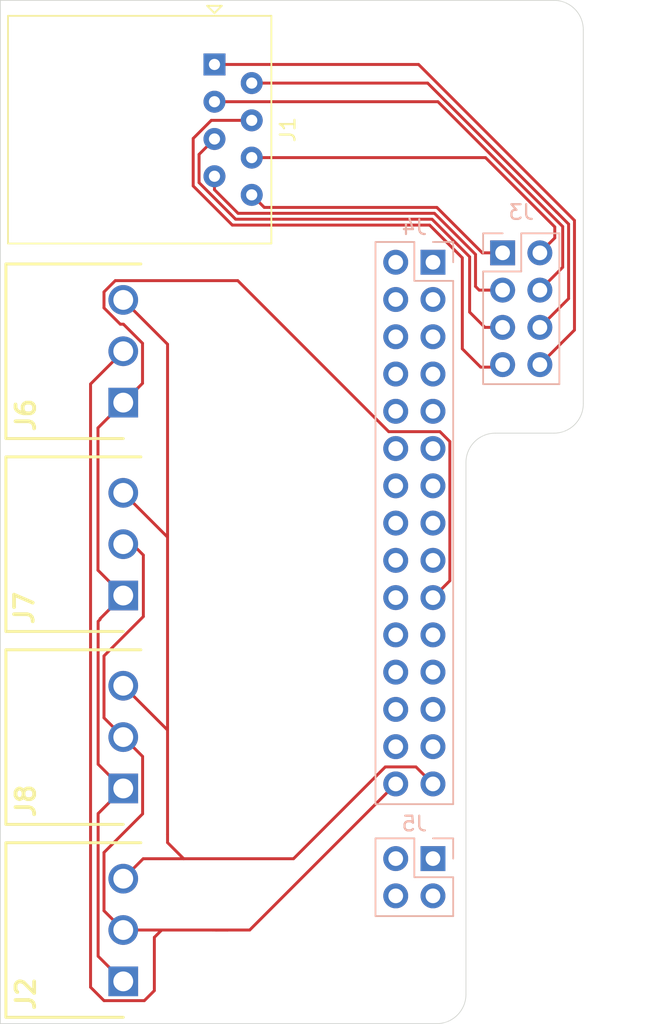
<source format=kicad_pcb>
(kicad_pcb (version 20241229) (generator "pcbnew") (generator_version "9.0")
  (layers (0 "F.Cu" signal) (2 "B.Cu" signal) (13 "F.Paste" user) (15 "B.Paste" user) (5 "F.SilkS" user "F.Silkscreen") (7 "B.SilkS" user "B.Silkscreen") (1 "F.Mask" user) (3 "B.Mask" user) (25 "Edge.Cuts" user))
  (net 0 "")
  (net 1 "/BTN_PWR_{-}")
  (net 2 "/BTN_PWR_{+}")
  (net 3 "/LED_PWR_{+}")
  (net 4 "/LED_PWR_{-}")
  (net 5 "/LED_HDD_{+}")
  (net 6 "/BTN_RST_{+}")
  (net 7 "/LED_HDD_{-}")
  (net 8 "/BTN_RST_{-}")
  (net 9 "/SDI_COMM")
  (net 10 "/SDI_PWR")
  (net 11 "/SDI_GND")
  (footprint "Library:MC1,5_3-G-3,5" (layer "F.Cu") (at 81.88 97.368 90)
    (property "Reference" "J2" (at -0.849 -6.65 90) (layer "F.SilkS") (effects (font (size 1.27 1.27) (thickness 0.254))))
    (property "Value" "Conn_01x03_Socket" (hide yes))
    (fp_line (start 9.45 -8) (end 9.45 1.2) (stroke (width 0.2)) (layer "F.SilkS"))
    (fp_line (start -2.45 -8) (end 9.45 -8) (stroke (width 0.2)) (layer "F.SilkS"))
    (fp_line (start -2.45 0) (end -2.45 -8) (stroke (width 0.2)) (layer "F.SilkS"))
    (pad "1" thru_hole rect (at 0 0 90) (size 2.025 2.025) (drill 1.35) (layers "*.Cu" "*.Mask") (net 9 "/SDI_COMM"))
    (pad "2" thru_hole circle (at 3.5 0 90) (size 2.025 2.025) (drill 1.35) (layers "*.Cu" "*.Mask") (net 11 "/SDI_GND"))
    (pad "3" thru_hole circle (at 7 0 90) (size 2.025 2.025) (drill 1.35) (layers "*.Cu" "*.Mask") (net 10 "/SDI_PWR"))
  )
  (footprint "Library:MC1,5_3-G-3,5" (layer "F.Cu") (at 81.88 71.068 90)
    (property "Reference" "J7" (at -0.849 -6.75 90) (layer "F.SilkS") (effects (font (size 1.27 1.27) (thickness 0.254))))
    (property "Value" "Conn_01x03_Socket" (hide yes))
    (fp_line (start 9.45 -8) (end 9.45 1.2) (stroke (width 0.2)) (layer "F.SilkS"))
    (fp_line (start -2.45 -8) (end 9.45 -8) (stroke (width 0.2)) (layer "F.SilkS"))
    (fp_line (start -2.45 0) (end -2.45 -8) (stroke (width 0.2)) (layer "F.SilkS"))
    (pad "1" thru_hole rect (at 0 0 90) (size 2.025 2.025) (drill 1.35) (layers "*.Cu" "*.Mask") (net 9 "/SDI_COMM"))
    (pad "2" thru_hole circle (at 3.5 0 90) (size 2.025 2.025) (drill 1.35) (layers "*.Cu" "*.Mask") (net 11 "/SDI_GND"))
    (pad "3" thru_hole circle (at 7 0 90) (size 2.025 2.025) (drill 1.35) (layers "*.Cu" "*.Mask") (net 10 "/SDI_PWR"))
  )
  (footprint "Connector_RJ:RJ45_Amphenol_54602-x08_Horizontal" (layer "F.Cu") (at 88.1 34.8685 -90)
    (property "Reference" "J1" (at 4.445 -5 90) (layer "F.SilkS"))
    (property "Value" "RJ45")
    (fp_line (start -3.315 14.08) (end 12.205 14.08) (stroke (width 0.12)) (layer "F.SilkS"))
    (fp_line (start -4 0.5) (end -3.5 0) (stroke (width 0.12)) (layer "F.SilkS"))
    (fp_line (start -3.5 0) (end -4 -0.5) (stroke (width 0.12)) (layer "F.SilkS"))
    (fp_line (start -4 -0.5) (end -4 0.5) (stroke (width 0.12)) (layer "F.SilkS"))
    (fp_line (start -3.315 -3.88) (end -3.315 14.08) (stroke (width 0.12)) (layer "F.SilkS"))
    (fp_line (start 12.205 -3.88) (end 12.205 14.08) (stroke (width 0.12)) (layer "F.SilkS"))
    (fp_line (start 12.205 -3.88) (end -3.315 -3.88) (stroke (width 0.12)) (layer "F.SilkS"))
    (pad "" np_thru_hole circle (at -1.27 6.35 270) (size 3.2 3.2) (drill 3.2) (layers "*.Cu" "*.Mask"))
    (pad "" np_thru_hole circle (at 10.16 6.35 270) (size 3.2 3.2) (drill 3.2) (layers "*.Cu" "*.Mask"))
    (pad "1" thru_hole rect (at 0 0 270) (size 1.5 1.5) (drill 0.76) (layers "*.Cu" "*.Mask") (net 8 "/BTN_RST_{-}"))
    (pad "2" thru_hole circle (at 1.27 -2.54 270) (size 1.5 1.5) (drill 0.76) (layers "*.Cu" "*.Mask") (net 6 "/BTN_RST_{+}"))
    (pad "3" thru_hole circle (at 2.54 0 270) (size 1.5 1.5) (drill 0.76) (layers "*.Cu" "*.Mask") (net 7 "/LED_HDD_{-}"))
    (pad "4" thru_hole circle (at 3.81 -2.54 270) (size 1.5 1.5) (drill 0.76) (layers "*.Cu" "*.Mask") (net 2 "/BTN_PWR_{+}"))
    (pad "5" thru_hole circle (at 5.08 0 270) (size 1.5 1.5) (drill 0.76) (layers "*.Cu" "*.Mask") (net 1 "/BTN_PWR_{-}"))
    (pad "6" thru_hole circle (at 6.35 -2.54 270) (size 1.5 1.5) (drill 0.76) (layers "*.Cu" "*.Mask") (net 5 "/LED_HDD_{+}"))
    (pad "7" thru_hole circle (at 7.62 0 270) (size 1.5 1.5) (drill 0.76) (layers "*.Cu" "*.Mask") (net 4 "/LED_PWR_{-}"))
    (pad "8" thru_hole circle (at 8.89 -2.54 270) (size 1.5 1.5) (drill 0.76) (layers "*.Cu" "*.Mask") (net 3 "/LED_PWR_{+}"))
  )
  (footprint "Library:MC1,5_3-G-3,5" (layer "F.Cu") (at 81.88 84.218 90)
    (property "Reference" "J8" (at -0.849 -6.65 90) (layer "F.SilkS") (effects (font (size 1.27 1.27) (thickness 0.254))))
    (property "Value" "Conn_01x03_Socket" (hide yes))
    (fp_line (start 9.45 -8) (end 9.45 1.2) (stroke (width 0.2)) (layer "F.SilkS"))
    (fp_line (start -2.45 -8) (end 9.45 -8) (stroke (width 0.2)) (layer "F.SilkS"))
    (fp_line (start -2.45 0) (end -2.45 -8) (stroke (width 0.2)) (layer "F.SilkS"))
    (pad "1" thru_hole rect (at 0 0 90) (size 2.025 2.025) (drill 1.35) (layers "*.Cu" "*.Mask") (net 9 "/SDI_COMM"))
    (pad "2" thru_hole circle (at 3.5 0 90) (size 2.025 2.025) (drill 1.35) (layers "*.Cu" "*.Mask") (net 11 "/SDI_GND"))
    (pad "3" thru_hole circle (at 7 0 90) (size 2.025 2.025) (drill 1.35) (layers "*.Cu" "*.Mask") (net 10 "/SDI_PWR"))
  )
  (footprint "Library:MC1,5_3-G-3,5" (layer "F.Cu") (at 81.88 57.918 90)
    (property "Reference" "J6" (at -0.849 -6.65 90) (layer "F.SilkS") (effects (font (size 1.27 1.27) (thickness 0.254))))
    (property "Value" "Conn_01x03_Socket" (hide yes))
    (fp_line (start 9.45 -8) (end 9.45 1.2) (stroke (width 0.2)) (layer "F.SilkS"))
    (fp_line (start -2.45 -8) (end 9.45 -8) (stroke (width 0.2)) (layer "F.SilkS"))
    (fp_line (start -2.45 0) (end -2.45 -8) (stroke (width 0.2)) (layer "F.SilkS"))
    (pad "1" thru_hole rect (at 0 0 90) (size 2.025 2.025) (drill 1.35) (layers "*.Cu" "*.Mask") (net 9 "/SDI_COMM"))
    (pad "2" thru_hole circle (at 3.5 0 90) (size 2.025 2.025) (drill 1.35) (layers "*.Cu" "*.Mask") (net 11 "/SDI_GND"))
    (pad "3" thru_hole circle (at 7 0 90) (size 2.025 2.025) (drill 1.35) (layers "*.Cu" "*.Mask") (net 10 "/SDI_PWR"))
  )
  (footprint "Connector_PinSocket_2.54mm:PinSocket_2x04_P2.54mm_Vertical" (layer "B.Cu") (at 107.75 47.71 180)
    (property "Reference" "J3" (at -1.27 2.77 0) (layer "B.SilkS") (effects (justify mirror)))
    (property "Value" "Conn_02x04_Odd_Even")
    (fp_line (start 1.33 1.33) (end 1.33 0) (stroke (width 0.12)) (layer "B.SilkS"))
    (fp_line (start 1.33 -1.27) (end 1.33 -8.95) (stroke (width 0.12)) (layer "B.SilkS"))
    (fp_line (start 0 1.33) (end 1.33 1.33) (stroke (width 0.12)) (layer "B.SilkS"))
    (fp_line (start -1.27 1.33) (end -1.27 -1.27) (stroke (width 0.12)) (layer "B.SilkS"))
    (fp_line (start -1.27 -1.27) (end 1.33 -1.27) (stroke (width 0.12)) (layer "B.SilkS"))
    (fp_line (start -3.87 1.33) (end -1.27 1.33) (stroke (width 0.12)) (layer "B.SilkS"))
    (fp_line (start -3.87 1.33) (end -3.87 -8.95) (stroke (width 0.12)) (layer "B.SilkS"))
    (fp_line (start -3.87 -8.95) (end 1.33 -8.95) (stroke (width 0.12)) (layer "B.SilkS"))
    (pad "1" thru_hole rect (at 0 0 180) (size 1.7 1.7) (drill 1) (layers "*.Cu" "*.Mask") (net 3 "/LED_PWR_{+}"))
    (pad "2" thru_hole circle (at -2.54 0 180) (size 1.7 1.7) (drill 1) (layers "*.Cu" "*.Mask") (net 5 "/LED_HDD_{+}"))
    (pad "3" thru_hole circle (at 0 -2.54 180) (size 1.7 1.7) (drill 1) (layers "*.Cu" "*.Mask") (net 4 "/LED_PWR_{-}"))
    (pad "4" thru_hole circle (at -2.54 -2.54 180) (size 1.7 1.7) (drill 1) (layers "*.Cu" "*.Mask") (net 7 "/LED_HDD_{-}"))
    (pad "5" thru_hole circle (at 0 -5.08 180) (size 1.7 1.7) (drill 1) (layers "*.Cu" "*.Mask") (net 1 "/BTN_PWR_{-}"))
    (pad "6" thru_hole circle (at -2.54 -5.08 180) (size 1.7 1.7) (drill 1) (layers "*.Cu" "*.Mask") (net 6 "/BTN_RST_{+}"))
    (pad "7" thru_hole circle (at 0 -7.62 180) (size 1.7 1.7) (drill 1) (layers "*.Cu" "*.Mask") (net 2 "/BTN_PWR_{+}"))
    (pad "8" thru_hole circle (at -2.54 -7.62 180) (size 1.7 1.7) (drill 1) (layers "*.Cu" "*.Mask") (net 8 "/BTN_RST_{-}"))
  )
  (footprint "Connector_PinHeader_2.54mm:PinHeader_2x15_P2.54mm_Vertical" (layer "B.Cu") (at 103 48.35 180)
    (property "Reference" "J4" (at 1.27 2.38 0) (layer "B.SilkS") (effects (justify mirror)))
    (property "Value" "Conn_02x15_Odd_Even" (hide yes))
    (fp_line (start 3.92 1.38) (end 3.92 -36.94) (stroke (width 0.12)) (layer "B.SilkS"))
    (fp_line (start 1.27 1.38) (end 3.92 1.38) (stroke (width 0.12)) (layer "B.SilkS"))
    (fp_line (start 1.27 -1.27) (end 1.27 1.38) (stroke (width 0.12)) (layer "B.SilkS"))
    (fp_line (start -1.38 1.38) (end 0 1.38) (stroke (width 0.12)) (layer "B.SilkS"))
    (fp_line (start -1.38 0) (end -1.38 1.38) (stroke (width 0.12)) (layer "B.SilkS"))
    (fp_line (start -1.38 -1.27) (end 1.27 -1.27) (stroke (width 0.12)) (layer "B.SilkS"))
    (fp_line (start -1.38 -1.27) (end -1.38 -36.94) (stroke (width 0.12)) (layer "B.SilkS"))
    (fp_line (start -1.38 -36.94) (end 3.92 -36.94) (stroke (width 0.12)) (layer "B.SilkS"))
    (pad "1" thru_hole rect (at 0 0 180) (size 1.7 1.7) (drill 1) (layers "*.Cu" "*.Mask"))
    (pad "2" thru_hole circle (at 2.54 0 180) (size 1.7 1.7) (drill 1) (layers "*.Cu" "*.Mask"))
    (pad "3" thru_hole circle (at 0 -2.54 180) (size 1.7 1.7) (drill 1) (layers "*.Cu" "*.Mask"))
    (pad "4" thru_hole circle (at 2.54 -2.54 180) (size 1.7 1.7) (drill 1) (layers "*.Cu" "*.Mask"))
    (pad "5" thru_hole circle (at 0 -5.08 180) (size 1.7 1.7) (drill 1) (layers "*.Cu" "*.Mask"))
    (pad "6" thru_hole circle (at 2.54 -5.08 180) (size 1.7 1.7) (drill 1) (layers "*.Cu" "*.Mask"))
    (pad "7" thru_hole circle (at 0 -7.62 180) (size 1.7 1.7) (drill 1) (layers "*.Cu" "*.Mask"))
    (pad "8" thru_hole circle (at 2.54 -7.62 180) (size 1.7 1.7) (drill 1) (layers "*.Cu" "*.Mask"))
    (pad "9" thru_hole circle (at 0 -10.16 180) (size 1.7 1.7) (drill 1) (layers "*.Cu" "*.Mask"))
    (pad "10" thru_hole circle (at 2.54 -10.16 180) (size 1.7 1.7) (drill 1) (layers "*.Cu" "*.Mask"))
    (pad "11" thru_hole circle (at 0 -12.7 180) (size 1.7 1.7) (drill 1) (layers "*.Cu" "*.Mask"))
    (pad "12" thru_hole circle (at 2.54 -12.7 180) (size 1.7 1.7) (drill 1) (layers "*.Cu" "*.Mask"))
    (pad "13" thru_hole circle (at 0 -15.24 180) (size 1.7 1.7) (drill 1) (layers "*.Cu" "*.Mask"))
    (pad "14" thru_hole circle (at 2.54 -15.24 180) (size 1.7 1.7) (drill 1) (layers "*.Cu" "*.Mask"))
    (pad "15" thru_hole circle (at 0 -17.78 180) (size 1.7 1.7) (drill 1) (layers "*.Cu" "*.Mask"))
    (pad "16" thru_hole circle (at 2.54 -17.78 180) (size 1.7 1.7) (drill 1) (layers "*.Cu" "*.Mask"))
    (pad "17" thru_hole circle (at 0 -20.32 180) (size 1.7 1.7) (drill 1) (layers "*.Cu" "*.Mask"))
    (pad "18" thru_hole circle (at 2.54 -20.32 180) (size 1.7 1.7) (drill 1) (layers "*.Cu" "*.Mask"))
    (pad "19" thru_hole circle (at 0 -22.86 180) (size 1.7 1.7) (drill 1) (layers "*.Cu" "*.Mask") (net 9 "/SDI_COMM"))
    (pad "20" thru_hole circle (at 2.54 -22.86 180) (size 1.7 1.7) (drill 1) (layers "*.Cu" "*.Mask"))
    (pad "21" thru_hole circle (at 0 -25.4 180) (size 1.7 1.7) (drill 1) (layers "*.Cu" "*.Mask"))
    (pad "22" thru_hole circle (at 2.54 -25.4 180) (size 1.7 1.7) (drill 1) (layers "*.Cu" "*.Mask"))
    (pad "23" thru_hole circle (at 0 -27.94 180) (size 1.7 1.7) (drill 1) (layers "*.Cu" "*.Mask"))
    (pad "24" thru_hole circle (at 2.54 -27.94 180) (size 1.7 1.7) (drill 1) (layers "*.Cu" "*.Mask"))
    (pad "25" thru_hole circle (at 0 -30.48 180) (size 1.7 1.7) (drill 1) (layers "*.Cu" "*.Mask"))
    (pad "26" thru_hole circle (at 2.54 -30.48 180) (size 1.7 1.7) (drill 1) (layers "*.Cu" "*.Mask"))
    (pad "27" thru_hole circle (at 0 -33.02 180) (size 1.7 1.7) (drill 1) (layers "*.Cu" "*.Mask"))
    (pad "28" thru_hole circle (at 2.54 -33.02 180) (size 1.7 1.7) (drill 1) (layers "*.Cu" "*.Mask"))
    (pad "29" thru_hole circle (at 0 -35.56 180) (size 1.7 1.7) (drill 1) (layers "*.Cu" "*.Mask") (net 10 "/SDI_PWR"))
    (pad "30" thru_hole circle (at 2.54 -35.56 180) (size 1.7 1.7) (drill 1) (layers "*.Cu" "*.Mask") (net 11 "/SDI_GND"))
  )
  (footprint "Connector_PinHeader_2.54mm:PinHeader_2x02_P2.54mm_Vertical" (layer "B.Cu") (at 103 89 180)
    (property "Reference" "J5" (at 1.27 2.38 180) (layer "B.SilkS") (effects (justify mirror)))
    (property "Value" "Conn_02x02_Odd_Even")
    (fp_line (start 3.92 1.38) (end 3.92 -3.92) (stroke (width 0.12)) (layer "B.SilkS"))
    (fp_line (start 1.27 1.38) (end 3.92 1.38) (stroke (width 0.12)) (layer "B.SilkS"))
    (fp_line (start 1.27 -1.27) (end 1.27 1.38) (stroke (width 0.12)) (layer "B.SilkS"))
    (fp_line (start -1.38 1.38) (end 0 1.38) (stroke (width 0.12)) (layer "B.SilkS"))
    (fp_line (start -1.38 0) (end -1.38 1.38) (stroke (width 0.12)) (layer "B.SilkS"))
    (fp_line (start -1.38 -1.27) (end 1.27 -1.27) (stroke (width 0.12)) (layer "B.SilkS"))
    (fp_line (start -1.38 -1.27) (end -1.38 -3.92) (stroke (width 0.12)) (layer "B.SilkS"))
    (fp_line (start -1.38 -3.92) (end 3.92 -3.92) (stroke (width 0.12)) (layer "B.SilkS"))
    (pad "1" thru_hole rect (at 0 0 180) (size 1.7 1.7) (drill 1) (layers "*.Cu" "*.Mask"))
    (pad "2" thru_hole circle (at 2.54 0 180) (size 1.7 1.7) (drill 1) (layers "*.Cu" "*.Mask"))
    (pad "3" thru_hole circle (at 0 -2.54 180) (size 1.7 1.7) (drill 1) (layers "*.Cu" "*.Mask"))
    (pad "4" thru_hole circle (at 2.54 -2.54 180) (size 1.7 1.7) (drill 1) (layers "*.Cu" "*.Mask"))
  )
  (gr_line (start 103.25 100.25) (end 73.5 100.25) (stroke (width 0.05)) (layer "Edge.Cuts"))
  (gr_line (start 73.5 30.5) (end 73.5 100.25) (stroke (width 0.05)) (layer "Edge.Cuts"))
  (gr_arc (start 111.25 30.5) (mid 112.664214 31.085786) (end 113.25 32.5) (stroke (width 0.05)) (layer "Edge.Cuts"))
  (gr_arc (start 105.25 62) (mid 105.835786 60.585786) (end 107.25 60) (stroke (width 0.05)) (layer "Edge.Cuts"))
  (gr_arc (start 113.25 58) (mid 112.664214 59.414214) (end 111.25 60) (stroke (width 0.05)) (layer "Edge.Cuts"))
  (gr_arc (start 105.25 98.25) (mid 104.664214 99.664214) (end 103.25 100.25) (stroke (width 0.05)) (layer "Edge.Cuts"))
  (gr_line (start 107.25 60) (end 111.25 60) (stroke (width 0.05)) (layer "Edge.Cuts"))
  (gr_line (start 105.25 98.25) (end 105.25 62) (stroke (width 0.05)) (layer "Edge.Cuts"))
  (gr_line (start 111.25 30.5) (end 73.5 30.5) (stroke (width 0.05)) (layer "Edge.Cuts"))
  (gr_line (start 113.25 58) (end 113.25 32.5) (stroke (width 0.05)) (layer "Edge.Cuts"))
  (segment (start 89.541261 45.4161) (end 102.9352 45.4161) (width 0.2) (layer "F.Cu") (net 1))
  (segment (start 106.54 52.79) (end 107.75 52.79) (width 0.2) (layer "F.Cu") (net 1))
  (segment (start 102.9352 45.4161) (end 105.5 47.9809) (width 0.2) (layer "F.Cu") (net 1))
  (segment (start 105.5 51.75) (end 106.54 52.79) (width 0.2) (layer "F.Cu") (net 1))
  (segment (start 88.1 39.9485) (end 87.049 40.9995) (width 0.2) (layer "F.Cu") (net 1))
  (segment (start 87.049 42.923839) (end 89.541261 45.4161) (width 0.2) (layer "F.Cu") (net 1))
  (segment (start 88.1 39.9485) (end 88.1 39.732161) (width 0.2) (layer "F.Cu") (net 1))
  (segment (start 105.5 47.9809) (end 105.5 51.75) (width 0.2) (layer "F.Cu") (net 1))
  (segment (start 87.049 40.9995) (end 87.049 42.923839) (width 0.2) (layer "F.Cu") (net 1))
  (segment (start 107.75 55.33) (end 107.58 55.5) (width 0.2) (layer "F.Cu") (net 2))
  (segment (start 87.883661 38.6785) (end 90.64 38.6785) (width 0.2) (layer "F.Cu") (net 2))
  (segment (start 102.7691 45.8171) (end 89.3171 45.8171) (width 0.2) (layer "F.Cu") (net 2))
  (segment (start 105 54.25) (end 105 48.048) (width 0.2) (layer "F.Cu") (net 2))
  (segment (start 107.58 55.5) (end 106.25 55.5) (width 0.2) (layer "F.Cu") (net 2))
  (segment (start 86.648 43.148) (end 86.648 39.914161) (width 0.2) (layer "F.Cu") (net 2))
  (segment (start 86.648 39.914161) (end 87.883661 38.6785) (width 0.2) (layer "F.Cu") (net 2))
  (segment (start 89.3171 45.8171) (end 86.648 43.148) (width 0.2) (layer "F.Cu") (net 2))
  (segment (start 105 48.048) (end 102.7691 45.8171) (width 0.2) (layer "F.Cu") (net 2))
  (segment (start 106.25 55.5) (end 105 54.25) (width 0.2) (layer "F.Cu") (net 2))
  (segment (start 91.4956 44.6141) (end 103.2674 44.6141) (width 0.2) (layer "F.Cu") (net 3))
  (segment (start 90.64 43.7585) (end 91.4956 44.6141) (width 0.2) (layer "F.Cu") (net 3))
  (segment (start 103.2674 44.6141) (end 106.3633 47.71) (width 0.2) (layer "F.Cu") (net 3))
  (segment (start 106.3633 47.71) (end 107.75 47.71) (width 0.2) (layer "F.Cu") (net 3))
  (segment (start 106.151 50.25) (end 107.75 50.25) (width 0.2) (layer "F.Cu") (net 4))
  (segment (start 88.1 42.4885) (end 88.1 43.407739) (width 0.2) (layer "F.Cu") (net 4))
  (segment (start 89.707361 45.0151) (end 103.1013 45.0151) (width 0.2) (layer "F.Cu") (net 4))
  (segment (start 103.1013 45.0151) (end 105.901 47.8148) (width 0.2) (layer "F.Cu") (net 4))
  (segment (start 105.901 50) (end 106.151 50.25) (width 0.2) (layer "F.Cu") (net 4))
  (segment (start 88.1 43.407739) (end 89.707361 45.0151) (width 0.2) (layer "F.Cu") (net 4))
  (segment (start 105.901 47.8148) (end 105.901 50) (width 0.2) (layer "F.Cu") (net 4))
  (segment (start 111.3069 46.6931) (end 110.29 47.71) (width 0.2) (layer "F.Cu") (net 5))
  (segment (start 106.5823 41.2185) (end 111.3069 45.9431) (width 0.2) (layer "F.Cu") (net 5))
  (segment (start 111.3069 45.9431) (end 111.3069 46.6931) (width 0.2) (layer "F.Cu") (net 5))
  (segment (start 90.64 41.2185) (end 106.5823 41.2185) (width 0.2) (layer "F.Cu") (net 5))
  (segment (start 111.443 44.943) (end 112.248 45.748) (width 0.2) (layer "F.Cu") (net 6))
  (segment (start 112.248 50.832) (end 110.29 52.79) (width 0.2) (layer "F.Cu") (net 6))
  (segment (start 111.441 44.943) (end 111.443 44.943) (width 0.2) (layer "F.Cu") (net 6))
  (segment (start 112.248 45.748) (end 112.248 50.832) (width 0.2) (layer "F.Cu") (net 6))
  (segment (start 90.64 36.1385) (end 102.6365 36.1385) (width 0.2) (layer "F.Cu") (net 6))
  (segment (start 102.6365 36.1385) (end 111.441 44.943) (width 0.2) (layer "F.Cu") (net 6))
  (segment (start 111.847 45.9161) (end 111.847 48.693) (width 0.2) (layer "F.Cu") (net 7))
  (segment (start 103.3394 37.4085) (end 111.847 45.9161) (width 0.2) (layer "F.Cu") (net 7))
  (segment (start 88.1 37.4085) (end 103.3394 37.4085) (width 0.2) (layer "F.Cu") (net 7))
  (segment (start 111.847 48.693) (end 110.29 50.25) (width 0.2) (layer "F.Cu") (net 7))
  (segment (start 88.1 34.8685) (end 102.0175 34.8685) (width 0.2) (layer "F.Cu") (net 8))
  (segment (start 112.649 45.5) (end 112.649 52.971) (width 0.2) (layer "F.Cu") (net 8))
  (segment (start 102.0175 34.8685) (end 112.649 45.5) (width 0.2) (layer "F.Cu") (net 8))
  (segment (start 112.649 52.971) (end 110.29 55.33) (width 0.2) (layer "F.Cu") (net 8))
  (segment (start 80.5665 51.46207) (end 80.5665 50.37393) (width 0.2) (layer "F.Cu") (net 9))
  (segment (start 80.5665 50.37393) (end 81.33593 49.6045) (width 0.2) (layer "F.Cu") (net 9))
  (segment (start 83.1935 53.87393) (end 81.892355 52.572785) (width 0.2) (layer "F.Cu") (net 9))
  (segment (start 81.33593 49.6045) (end 89.68874 49.6045) (width 0.2) (layer "F.Cu") (net 9))
  (segment (start 81.88 57.918) (end 83.1935 56.6045) (width 0.2) (layer "F.Cu") (net 9))
  (segment (start 104.151 70.059) (end 103 71.21) (width 0.2) (layer "F.Cu") (net 9))
  (segment (start 103.47676 59.899) (end 104.151 60.57324) (width 0.2) (layer "F.Cu") (net 9))
  (segment (start 80.2995 72.7005) (end 80.1655 72.8345) (width 0.2) (layer "F.Cu") (net 9))
  (segment (start 104.151 60.57324) (end 104.151 70.059) (width 0.2) (layer "F.Cu") (net 9))
  (segment (start 80.1655 82.5665) (end 81.75 84.151) (width 0.2) (layer "F.Cu") (net 9))
  (segment (start 81.75 84.151) (end 81.9 84.151) (width 0.2) (layer "F.Cu") (net 9))
  (segment (start 89.68874 49.6045) (end 99.98324 59.899) (width 0.2) (layer "F.Cu") (net 9))
  (segment (start 81.88 71.068) (end 80.2995 72.6485) (width 0.2) (layer "F.Cu") (net 9))
  (segment (start 80.2995 72.6485) (end 80.2995 72.7005) (width 0.2) (layer "F.Cu") (net 9))
  (segment (start 81.892355 52.572785) (end 81.677215 52.572785) (width 0.2) (layer "F.Cu") (net 9))
  (segment (start 80.1655 72.8345) (end 80.1655 82.5665) (width 0.2) (layer "F.Cu") (net 9))
  (segment (start 81.88 57.918) (end 80.156 59.642) (width 0.2) (layer "F.Cu") (net 9))
  (segment (start 81.88 71.068) (end 81.833 71.068) (width 0.2) (layer "F.Cu") (net 9))
  (segment (start 81.88 71.068) (end 80.156 69.344) (width 0.2) (layer "F.Cu") (net 9))
  (segment (start 99.98324 59.899) (end 103.47676 59.899) (width 0.2) (layer "F.Cu") (net 9))
  (segment (start 83.1935 56.6045) (end 83.1935 53.87393) (width 0.2) (layer "F.Cu") (net 9))
  (segment (start 80.1655 85.9325) (end 80.1655 95.6535) (width 0.2) (layer "F.Cu") (net 9))
  (segment (start 81.88 84.218) (end 80.1655 85.9325) (width 0.2) (layer "F.Cu") (net 9))
  (segment (start 80.1655 95.6535) (end 81.88 97.368) (width 0.2) (layer "F.Cu") (net 9))
  (segment (start 81.677215 52.572785) (end 80.5665 51.46207) (width 0.2) (layer "F.Cu") (net 9))
  (segment (start 80.156 59.642) (end 80.156 69.344) (width 0.2) (layer "F.Cu") (net 9))
  (segment (start 84.901 67.089) (end 84.901 67.099) (width 0.2) (layer "F.Cu") (net 10))
  (segment (start 81.88 64.068) (end 84.901 67.089) (width 0.2) (layer "F.Cu") (net 10))
  (segment (start 84.901 87.347) (end 84.901 80.239) (width 0.2) (layer "F.Cu") (net 10))
  (segment (start 81.88 50.918) (end 84.901 53.939) (width 0.2) (layer "F.Cu") (net 10))
  (segment (start 83.239 89.009) (end 86 89.009) (width 0.2) (layer "F.Cu") (net 10))
  (segment (start 81.88 90.368) (end 83.239 89.009) (width 0.2) (layer "F.Cu") (net 10))
  (segment (start 86 89.009) (end 93.491 89.009) (width 0.2) (layer "F.Cu") (net 10))
  (segment (start 101.84 82.75) (end 103 83.91) (width 0.2) (layer "F.Cu") (net 10))
  (segment (start 99.75 82.75) (end 101.84 82.75) (width 0.2) (layer "F.Cu") (net 10))
  (segment (start 81.9 77.151) (end 82.301 76.75) (width 0.2) (layer "F.Cu") (net 10))
  (segment (start 84.901 67.099) (end 84.901 80.239) (width 0.2) (layer "F.Cu") (net 10))
  (segment (start 84.901 80.239) (end 81.88 77.218) (width 0.2) (layer "F.Cu") (net 10))
  (segment (start 84.901 87.347) (end 84.901 87.91) (width 0.2) (layer "F.Cu") (net 10))
  (segment (start 84.901 53.939) (end 84.901 67.099) (width 0.2) (layer "F.Cu") (net 10))
  (segment (start 84.901 87.91) (end 86 89.009) (width 0.2) (layer "F.Cu") (net 10))
  (segment (start 93.491 89.009) (end 99.75 82.75) (width 0.2) (layer "F.Cu") (net 10))
  (segment (start 79.6505 56.6505) (end 79.6505 97.7655) (width 0.2) (layer "F.Cu") (net 11))
  (segment (start 83.3185 98.6815) (end 84 98) (width 0.2) (layer "F.Cu") (net 11))
  (segment (start 89 93.868) (end 90.502 93.868) (width 0.2) (layer "F.Cu") (net 11))
  (segment (start 80.5665 79.4045) (end 81.88 80.718) (width 0.2) (layer "F.Cu") (net 11))
  (segment (start 83.2005 85.9505) (end 80.5665 88.5845) (width 0.2) (layer "F.Cu") (net 11))
  (segment (start 80.5665 98.6815) (end 83.3185 98.6815) (width 0.2) (layer "F.Cu") (net 11))
  (segment (start 81.88 93.868) (end 84 93.868) (width 0.2) (layer "F.Cu") (net 11))
  (segment (start 81.88 67.568) (end 82.5058 67.568) (width 0.2) (layer "F.Cu") (net 11))
  (segment (start 90.502 93.868) (end 100.46 83.91) (width 0.2) (layer "F.Cu") (net 11))
  (segment (start 83.2005 82.0385) (end 83.2005 85.9505) (width 0.2) (layer "F.Cu") (net 11))
  (segment (start 81.88 80.718) (end 83.2005 82.0385) (width 0.2) (layer "F.Cu") (net 11))
  (segment (start 81.88 54.418) (end 81.88 54.421) (width 0.2) (layer "F.Cu") (net 11))
  (segment (start 80.5665 75.1835) (end 80.5665 79.4045) (width 0.2) (layer "F.Cu") (net 11))
  (segment (start 83.25 72.5) (end 80.5665 75.1835) (width 0.2) (layer "F.Cu") (net 11))
  (segment (start 88 93.868) (end 88.25 93.868) (width 0.2) (layer "F.Cu") (net 11))
  (segment (start 79.6505 97.7655) (end 80.5665 98.6815) (width 0.2) (layer "F.Cu") (net 11))
  (segment (start 83.25 68.3122) (end 83.25 72.5) (width 0.2) (layer "F.Cu") (net 11))
  (segment (start 88.25 93.868) (end 89 93.868) (width 0.2) (layer "F.Cu") (net 11))
  (segment (start 84 98) (end 84 94.5) (width 0.2) (layer "F.Cu") (net 11))
  (segment (start 84.5 93.868) (end 88 93.868) (width 0.2) (layer "F.Cu") (net 11))
  (segment (start 88.132 93.868) (end 89 93.868) (width 0.2) (layer "F.Cu") (net 11))
  (segment (start 82.5058 67.568) (end 83.25 68.3122) (width 0.2) (layer "F.Cu") (net 11))
  (segment (start 80.5665 92.5545) (end 81.88 93.868) (width 0.2) (layer "F.Cu") (net 11))
  (segment (start 81.88 54.421) (end 79.6505 56.6505) (width 0.2) (layer "F.Cu") (net 11))
  (segment (start 84 94.368) (end 84.5 93.868) (width 0.2) (layer "F.Cu") (net 11))
  (segment (start 84 93.868) (end 84.5 93.868) (width 0.2) (layer "F.Cu") (net 11))
  (segment (start 80.5665 88.5845) (end 80.5665 92.5545) (width 0.2) (layer "F.Cu") (net 11))
  (segment (start 84 94.5) (end 84 94.368) (width 0.2) (layer "F.Cu") (net 11))
)
</source>
